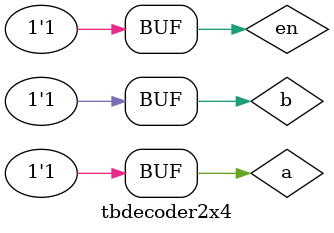
<source format=v>
module tbdecoder2x4();
wire [3:0]y;
reg a,b,en;

decoder2x4 dut(a,b,en,y);

initial
begin
en=0;
a=1'bx;
b=1'bx;
#10
en=1;
{a,b}=0;
#10
{a,b}=1;
#10
{a,b}=2;
#10
{a,b}=3;
#10
$monitor ("a=%b ,b=%b ,en=%b ",a,b,en);

end
endmodule
</source>
